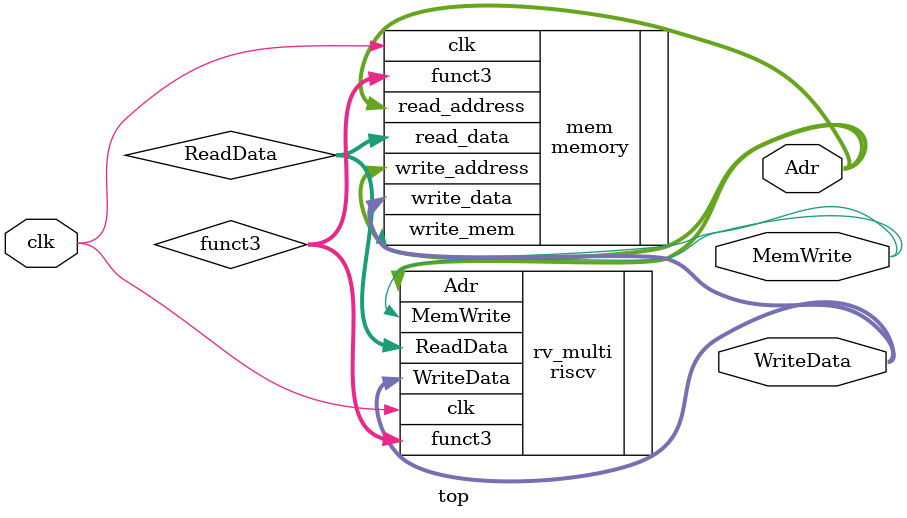
<source format=sv>
`include "riscv.sv"
`include "memory.sv"

module top(
    input logic clk, 
    output logic [31:0] WriteData, Adr,
    output logic MemWrite
    
);
    logic [31:0] ReadData;
    logic [2:0] funct3; // i hope this is right for shared funct3 
    
    riscv rv_multi(.clk(clk), .ReadData(ReadData), .Adr(Adr), .MemWrite(MemWrite), .WriteData(WriteData), .funct3(funct3));
    memory mem(.clk(clk), .write_mem(MemWrite), .funct3(funct3), .write_address(Adr), .write_data(WriteData),
    .read_address(Adr), .read_data(ReadData));

    // memory module IO
    // input logic     clk, --- check
    // input logic     write_mem, --- check
    // input logic     [2:0] funct3, --- // Instr[14:12]...? --> expose funct3
    // input logic     [31:0] write_address, --- Adr from mux selection
    // input logic     [31:0] write_data, --- check
    // input logic     [31:0] read_address, --- Adr from mux selection
    // output logic    [31:0] read_data, --- check
endmodule


/*
module top(
    input logic clk, reset,
    output logic [31:0] WriteData, DataAdr,
    output logic MemWrite
); 
    
    logic [31:0] PC, Instr, ReadData
// instantiate processor and memories

    riscvsingle rvsingle(clk, reset, PC, Instr, MemWrite,
    DataAdr, WriteData, ReadData);

    imem imem(PC, Instr);

    dmem dmem(clk, MemWrite, DataAdr, WriteData, ReadData);
endmodule


module imem(
    input logic [31:0] a, 
    output logic [31:0] rd
);
    logic [31:0] RAM[63:0];
    initial $readmemh("riscvtest.txt",RAM);
    assign rd = RAM[a[31:2]]; // word aligned 
endmodule

module dmem(
    input logic clk, we, 
    input logic [31:0] a, wd,
    output logic [31:0] rd
); 
    logic [31:0] RAM[63:0];
    assign rd = RAM[a[31:2]]; // word aligned
    
    always_ff @(posedge clk)
        if (we) RAM[a[31:2]] <= wd;
endmodule


*/

</source>
